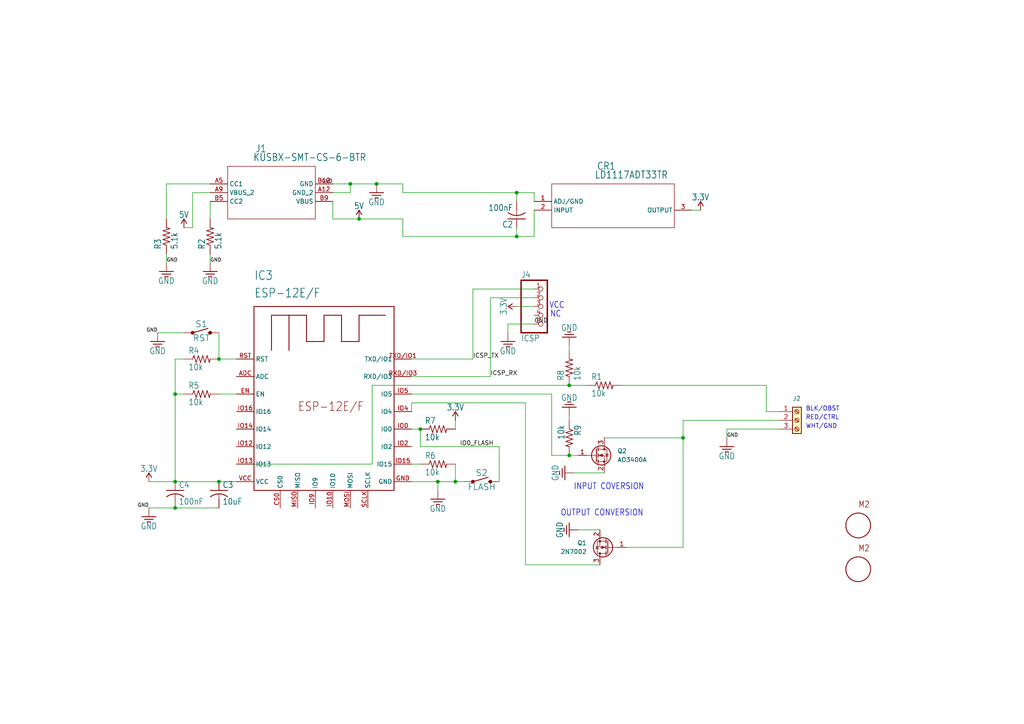
<source format=kicad_sch>
(kicad_sch (version 20230121) (generator eeschema)
  (paper "A4")
  (lib_symbols
    (symbol "8266_a1_bridge_v1-eagle-import:3.3V" (power)
      (property "Value" "3.3V" (at 0 2.794 0))
      (symbol "3.3V_1_0"
        (polyline (pts (xy 0 2.54) (xy -0.762 1.27)) (stroke (width 0.254)))
        (polyline (pts (xy 0.762 1.27) (xy 0 2.54)) (stroke (width 0.254)))
        (pin power_in line (at 0 0 90) (length 2.54) (name "3.3V") (number "1"))
      )
    )
    (symbol "8266_a1_bridge_v1-eagle-import:5V" (power)
      (property "Value" "5V" (at 0 2.794 0))
      (symbol "5V_1_0"
        (polyline (pts (xy 0 2.54) (xy -0.762 1.27)) (stroke (width 0.254)))
        (polyline (pts (xy 0.762 1.27) (xy 0 2.54)) (stroke (width 0.254)))
        (pin power_in line (at 0 0 90) (length 2.54) (name "5V") (number "1"))
      )
    )
    (symbol "8266_a1_bridge_v1-eagle-import:GND2" (power)
      (property "Value" "GND2" (at 0 -1.778 0))
      (symbol "GND2_1_0"
        (polyline (pts (xy -2.032 0) (xy 2.032 0)) (stroke (width 0.254)))
        (polyline (pts (xy -1.27 -0.762) (xy 1.27 -0.762)) (stroke (width 0.254)))
        (polyline (pts (xy -0.508 -1.524) (xy 0.508 -1.524)) (stroke (width 0.254)))
        (pin power_in line (at 0 2.54 270) (length 2.54) (name "GND") (number "1"))
      )
    )
    (symbol "Library:2N7002" (pin_names hide)
      (property "Reference" "Q" (at 5.08 1.905 0))
      (property "Value" "2N7002" (at 5.08 0 0))
      (symbol "2N7002_0_1"
        (polyline (pts (xy 0.254 0) (xy -2.54 0)))
        (polyline (pts (xy 0.254 1.905) (xy 0.254 -1.905)) (stroke (width 0.254)))
        (polyline (pts (xy 0.762 -1.27) (xy 0.762 -2.286)) (stroke (width 0.254)))
        (polyline (pts (xy 0.762 0.508) (xy 0.762 -0.508)) (stroke (width 0.254)))
        (polyline (pts (xy 0.762 2.286) (xy 0.762 1.27)) (stroke (width 0.254)))
        (polyline (pts (xy 2.54 2.54) (xy 2.54 1.778)))
        (polyline (pts (xy 2.54 -2.54) (xy 2.54 0) (xy 0.762 0)))
        (polyline (pts (xy 0.762 -1.778) (xy 3.302 -1.778) (xy 3.302 1.778) (xy 0.762 1.778)))
        (polyline (pts (xy 1.016 0) (xy 2.032 0.381) (xy 2.032 -0.381) (xy 1.016 0)) (fill (type outline)))
        (polyline (pts (xy 2.794 0.508) (xy 2.921 0.381) (xy 3.683 0.381) (xy 3.81 0.254)))
        (polyline (pts (xy 3.302 0.381) (xy 2.921 -0.254) (xy 3.683 -0.254) (xy 3.302 0.381)))
        (circle (center 1.651 0) (radius 2.794) (stroke (width 0.254)))
        (circle (center 2.54 -1.778) (radius 0.254) (fill (type outline)))
        (circle (center 2.54 1.778) (radius 0.254) (fill (type outline)))
      )
      (symbol "2N7002_1_1"
        (pin input line (at -5.08 0 0) (length 2.54) (name "G") (number "1"))
        (pin passive line (at 2.54 -5.08 90) (length 2.54) (name "S") (number "2"))
        (pin passive line (at 2.54 5.08 270) (length 2.54) (name "D") (number "3"))
      )
    )
    (symbol "Library:AO3400A" (pin_names hide)
      (property "Reference" "Q" (at 5.08 1.905 0))
      (property "Value" "AO3400A" (at 5.08 0 0))
      (symbol "AO3400A_0_1"
        (polyline (pts (xy 0.254 0) (xy -2.54 0)))
        (polyline (pts (xy 0.254 1.905) (xy 0.254 -1.905)) (stroke (width 0.254)))
        (polyline (pts (xy 0.762 -1.27) (xy 0.762 -2.286)) (stroke (width 0.254)))
        (polyline (pts (xy 0.762 0.508) (xy 0.762 -0.508)) (stroke (width 0.254)))
        (polyline (pts (xy 0.762 2.286) (xy 0.762 1.27)) (stroke (width 0.254)))
        (polyline (pts (xy 2.54 2.54) (xy 2.54 1.778)))
        (polyline (pts (xy 2.54 -2.54) (xy 2.54 0) (xy 0.762 0)))
        (polyline (pts (xy 0.762 -1.778) (xy 3.302 -1.778) (xy 3.302 1.778) (xy 0.762 1.778)))
        (polyline (pts (xy 1.016 0) (xy 2.032 0.381) (xy 2.032 -0.381) (xy 1.016 0)) (fill (type outline)))
        (polyline (pts (xy 2.794 0.508) (xy 2.921 0.381) (xy 3.683 0.381) (xy 3.81 0.254)))
        (polyline (pts (xy 3.302 0.381) (xy 2.921 -0.254) (xy 3.683 -0.254) (xy 3.302 0.381)))
        (circle (center 1.651 0) (radius 2.794) (stroke (width 0.254)))
        (circle (center 2.54 -1.778) (radius 0.254) (fill (type outline)))
        (circle (center 2.54 1.778) (radius 0.254) (fill (type outline)))
      )
      (symbol "AO3400A_1_1"
        (pin input line (at -5.08 0 0) (length 2.54) (name "G") (number "1"))
        (pin passive line (at 2.54 -5.08 90) (length 2.54) (name "S") (number "2"))
        (pin passive line (at 2.54 5.08 270) (length 2.54) (name "D") (number "3"))
      )
    )
    (symbol "Library:C-USC0805"
      (property "Reference" "C" (at 1.016 0.635 0))
      (property "Value" "C-USC0805" (at 1.016 -4.191 0))
      (symbol "C-USC0805_1_0"
        (arc (start 0 -1.0161) (mid -1.302 -1.2303) (end -2.4668 -1.8504) (stroke (width 0.254)))
        (polyline (pts (xy -2.54 0) (xy 2.54 0)) (stroke (width 0.254)))
        (polyline (pts (xy 0 -1.016) (xy 0 -2.54)) (stroke (width 0.1524)))
        (arc (start 2.4892 -1.8542) (mid 1.3158 -1.2195) (end 0 -1) (stroke (width 0.254)))
        (pin passive line (at 0 2.54 270) (length 2.54) (name "1") (number "1"))
        (pin passive line (at 0 -5.08 90) (length 2.54) (name "2") (number "2"))
      )
    )
    (symbol "Library:ESP-12E/F"
      (property "Reference" "IC" (at -20.32 43.18 0))
      (property "Value" "ESP-12E{slash}F" (at -20.32 38.1 0))
      (symbol "ESP-12E/F_1_0"
        (polyline (pts (xy -20.32 -17.78) (xy -20.32 35.56)) (stroke (width 0.254)))
        (polyline (pts (xy -20.32 35.56) (xy 20.32 35.56)) (stroke (width 0.254)))
        (polyline (pts (xy -15.24 22.86) (xy -15.24 33.02)) (stroke (width 0.254)))
        (polyline (pts (xy -15.24 33.02) (xy -10.16 33.02)) (stroke (width 0.254)))
        (polyline (pts (xy -10.16 22.86) (xy -10.16 33.02)) (stroke (width 0.254)))
        (polyline (pts (xy -10.16 33.02) (xy -5.08 33.02)) (stroke (width 0.254)))
        (polyline (pts (xy -5.08 25.4) (xy 0 25.4)) (stroke (width 0.254)))
        (polyline (pts (xy -5.08 33.02) (xy -5.08 25.4)) (stroke (width 0.254)))
        (polyline (pts (xy 0 25.4) (xy 0 33.02)) (stroke (width 0.254)))
        (polyline (pts (xy 0 33.02) (xy 5.08 33.02)) (stroke (width 0.254)))
        (polyline (pts (xy 5.08 25.4) (xy 10.16 25.4)) (stroke (width 0.254)))
        (polyline (pts (xy 5.08 33.02) (xy 5.08 25.4)) (stroke (width 0.254)))
        (polyline (pts (xy 10.16 25.4) (xy 10.16 33.02)) (stroke (width 0.254)))
        (polyline (pts (xy 10.16 33.02) (xy 17.78 33.02)) (stroke (width 0.254)))
        (polyline (pts (xy 20.32 -17.78) (xy -20.32 -17.78)) (stroke (width 0.254)))
        (polyline (pts (xy 20.32 35.56) (xy 20.32 -17.78)) (stroke (width 0.254)))
        (text "ESP-12E/F" (at -7.62 5.08 0) (effects (font (size 2.54 2.159)) (justify left bottom)))
        (pin bidirectional line (at -25.4 15.24 0) (length 5.08) (name "ADC") (number "ADC"))
        (pin bidirectional line (at -12.7 -22.86 90) (length 5.08) (name "CS0") (number "CS0"))
        (pin bidirectional line (at -25.4 10.16 0) (length 5.08) (name "EN") (number "EN"))
        (pin power_in line (at 25.4 -15.24 180) (length 5.08) (name "GND") (number "GND"))
        (pin bidirectional line (at 25.4 0 180) (length 5.08) (name "IO0") (number "IO0"))
        (pin bidirectional line (at 2.54 -22.86 90) (length 5.08) (name "IO10") (number "IO10"))
        (pin bidirectional line (at -25.4 -5.08 0) (length 5.08) (name "IO12") (number "IO12"))
        (pin bidirectional line (at -25.4 -10.16 0) (length 5.08) (name "IO13") (number "IO13"))
        (pin bidirectional line (at -25.4 0 0) (length 5.08) (name "IO14") (number "IO14"))
        (pin bidirectional line (at 25.4 -10.16 180) (length 5.08) (name "IO15") (number "IO15"))
        (pin bidirectional line (at -25.4 5.08 0) (length 5.08) (name "IO16") (number "IO16"))
        (pin bidirectional line (at 25.4 -5.08 180) (length 5.08) (name "IO2") (number "IO2"))
        (pin bidirectional line (at 25.4 5.08 180) (length 5.08) (name "IO4") (number "IO4"))
        (pin bidirectional line (at 25.4 10.16 180) (length 5.08) (name "IO5") (number "IO5"))
        (pin bidirectional line (at -2.54 -22.86 90) (length 5.08) (name "IO9") (number "IO9"))
        (pin bidirectional line (at -7.62 -22.86 90) (length 5.08) (name "MISO") (number "MISO"))
        (pin bidirectional line (at 7.62 -22.86 90) (length 5.08) (name "MOSI") (number "MOSI"))
        (pin input line (at -25.4 20.32 0) (length 5.08) (name "RST") (number "RST"))
        (pin bidirectional line (at 25.4 15.24 180) (length 5.08) (name "RXD/IO3") (number "RXD/IO3"))
        (pin bidirectional line (at 12.7 -22.86 90) (length 5.08) (name "SCLK") (number "SCLK"))
        (pin bidirectional line (at 25.4 20.32 180) (length 5.08) (name "TXD/IO1") (number "TXD/IO1"))
        (pin power_in line (at -25.4 -15.24 0) (length 5.08) (name "VCC") (number "VCC"))
      )
    )
    (symbol "Library:KUSBX-SMT-CS-6-BTR"
      (property "Reference" "J" (at 15.5956 9.1186 0))
      (property "Value" "KUSBX-SMT-CS-6-BTR" (at 14.9606 6.5786 0))
      (symbol "KUSBX-SMT-CS-6-BTR_1_0"
        (polyline (pts (xy 7.62 -10.16) (xy 33.02 -10.16)) (stroke (width 0.1524)))
        (polyline (pts (xy 7.62 5.08) (xy 7.62 -10.16)) (stroke (width 0.1524)))
        (polyline (pts (xy 33.02 -10.16) (xy 33.02 5.08)) (stroke (width 0.1524)))
        (polyline (pts (xy 33.02 5.08) (xy 7.62 5.08)) (stroke (width 0.1524)))
        (pin passive line (at 38.1 -2.54 180) (length 5.08) (name "GND_2") (number "A12"))
        (pin bidirectional line (at 2.54 0 0) (length 5.08) (name "CC1") (number "A5"))
        (pin power_in line (at 2.54 -2.54 0) (length 5.08) (name "VBUS_2") (number "A9"))
        (pin passive line (at 38.1 0 180) (length 5.08) (name "GND") (number "B12"))
        (pin bidirectional line (at 2.54 -5.08 0) (length 5.08) (name "CC2") (number "B5"))
        (pin power_in line (at 38.1 -5.08 180) (length 5.08) (name "VBUS") (number "B9"))
      )
    )
    (symbol "Library:LD1117ADT33TR"
      (property "Reference" "CR" (at 20.6756 9.1186 0))
      (property "Value" "LD1117ADT33TR" (at 20.0406 6.5786 0))
      (symbol "LD1117ADT33TR_1_0"
        (polyline (pts (xy 7.62 -7.62) (xy 43.18 -7.62)) (stroke (width 0.1524)))
        (polyline (pts (xy 7.62 5.08) (xy 7.62 -7.62)) (stroke (width 0.1524)))
        (polyline (pts (xy 43.18 -7.62) (xy 43.18 5.08)) (stroke (width 0.1524)))
        (polyline (pts (xy 43.18 5.08) (xy 7.62 5.08)) (stroke (width 0.1524)))
        (pin passive line (at 2.54 0 0) (length 5.08) (name "ADJ/GND") (number "1"))
        (pin input line (at 2.54 -2.54 0) (length 5.08) (name "INPUT") (number "2"))
        (pin output line (at 48.26 -2.54 180) (length 5.08) (name "OUTPUT") (number "3"))
      )
    )
    (symbol "Library:M2-POST"
      (symbol "M2-POST_1_0"
        (circle (center 0 0) (radius 3.5921) (stroke (width 0.254)))
        (text "M2" (at 0 5.08 0) (effects (font (size 1.778 1.5113)) (justify left bottom)))
      )
    )
    (symbol "Library:MOMENTARY-SWITCH-SPST-PTH-6.0MM"
      (property "Reference" "S" (at 0 1.524 0))
      (property "Value" "MOMENTARY-SWITCH-SPST-PTH-6.0MM" (at 0 -0.508 0))
      (symbol "MOMENTARY-SWITCH-SPST-PTH-6.0MM_1_0"
        (circle (center -2.54 0) (radius 0.127) (stroke (width 0.4064)))
        (polyline (pts (xy -2.54 0) (xy 1.905 1.27)) (stroke (width 0.254)))
        (polyline (pts (xy 1.905 0) (xy 2.54 0)) (stroke (width 0.254)))
        (circle (center 2.54 0) (radius 0.127) (stroke (width 0.4064)))
        (pin passive line (at -5.08 0 0) (length 2.54) (name "1") (number "1"))
        (pin passive line (at 5.08 0 180) (length 2.54) (name "2") (number "3"))
      )
    )
    (symbol "Library:PINHD-1X5"
      (property "Reference" "JP" (at -6.35 8.255 0))
      (property "Value" "PINHD-1X5" (at -6.35 -10.16 0))
      (symbol "PINHD-1X5_1_0"
        (polyline (pts (xy -6.35 -7.62) (xy 1.27 -7.62)) (stroke (width 0.4064)))
        (polyline (pts (xy -6.35 7.62) (xy -6.35 -7.62)) (stroke (width 0.4064)))
        (polyline (pts (xy 1.27 -7.62) (xy 1.27 7.62)) (stroke (width 0.4064)))
        (polyline (pts (xy 1.27 7.62) (xy -6.35 7.62)) (stroke (width 0.4064)))
        (pin passive inverted (at -2.54 5.08 0) (length 2.54) (name "1") (number "1"))
        (pin passive inverted (at -2.54 2.54 0) (length 2.54) (name "2") (number "2"))
        (pin passive inverted (at -2.54 0 0) (length 2.54) (name "3") (number "3"))
        (pin passive inverted (at -2.54 -2.54 0) (length 2.54) (name "4") (number "4"))
        (pin passive inverted (at -2.54 -5.08 0) (length 2.54) (name "5") (number "5"))
      )
    )
    (symbol "Library:R-US_R0805"
      (property "Reference" "R" (at -3.81 1.4986 0))
      (property "Value" "R-US_R0805" (at -3.81 -3.302 0))
      (symbol "R-US_R0805_1_0"
        (polyline (pts (xy -2.54 0) (xy -2.159 1.016)) (stroke (width 0.2032)))
        (polyline (pts (xy -2.159 1.016) (xy -1.524 -1.016)) (stroke (width 0.2032)))
        (polyline (pts (xy -1.524 -1.016) (xy -0.889 1.016)) (stroke (width 0.2032)))
        (polyline (pts (xy -0.889 1.016) (xy -0.254 -1.016)) (stroke (width 0.2032)))
        (polyline (pts (xy -0.254 -1.016) (xy 0.381 1.016)) (stroke (width 0.2032)))
        (polyline (pts (xy 0.381 1.016) (xy 1.016 -1.016)) (stroke (width 0.2032)))
        (polyline (pts (xy 1.016 -1.016) (xy 1.651 1.016)) (stroke (width 0.2032)))
        (polyline (pts (xy 1.651 1.016) (xy 2.286 -1.016)) (stroke (width 0.2032)))
        (polyline (pts (xy 2.286 -1.016) (xy 2.54 0)) (stroke (width 0.2032)))
        (pin passive line (at -5.08 0 0) (length 2.54) (name "1") (number "1"))
        (pin passive line (at 5.08 0 180) (length 2.54) (name "2") (number "2"))
      )
    )
    (symbol "Library:Screw_Terminal_01x03" (pin_names (offset 1.016) hide)
      (property "Reference" "J" (at 0 5.08 0))
      (property "Value" "Screw_Terminal_01x03" (at 0 -5.08 0))
      (symbol "Screw_Terminal_01x03_1_1"
        (rectangle (start -1.27 3.81) (end 1.27 -3.81) (stroke (width 0.254)) (fill (type background)))
        (circle (center 0 -2.54) (radius 0.635) (stroke (width 0.1524)))
        (polyline (pts (xy -0.5334 -2.2098) (xy 0.3302 -3.048)) (stroke (width 0.1524)))
        (polyline (pts (xy -0.5334 0.3302) (xy 0.3302 -0.508)) (stroke (width 0.1524)))
        (polyline (pts (xy -0.5334 2.8702) (xy 0.3302 2.032)) (stroke (width 0.1524)))
        (polyline (pts (xy -0.3556 -2.032) (xy 0.508 -2.8702)) (stroke (width 0.1524)))
        (polyline (pts (xy -0.3556 0.508) (xy 0.508 -0.3302)) (stroke (width 0.1524)))
        (polyline (pts (xy -0.3556 3.048) (xy 0.508 2.2098)) (stroke (width 0.1524)))
        (circle (center 0 0) (radius 0.635) (stroke (width 0.1524)))
        (circle (center 0 2.54) (radius 0.635) (stroke (width 0.1524)))
        (pin passive line (at -5.08 2.54 0) (length 3.81) (name "Pin_1") (number "1"))
        (pin passive line (at -5.08 0 0) (length 3.81) (name "Pin_2") (number "2"))
        (pin passive line (at -5.08 -2.54 0) (length 3.81) (name "Pin_3") (number "3"))
      )
    )
  )
  (junction (at 198.12 127))
  (junction (at 101.6 53.34))
  (junction (at 63.5 139.7))
  (junction (at 165.1 111.76))
  (junction (at 50.8 147.32))
  (junction (at 132.08 139.7))
  (junction (at 127 139.7))
  (junction (at 149.86 68.58))
  (junction (at 165.1 132.08))
  (junction (at 50.8 139.7))
  (junction (at 50.8 114.3))
  (junction (at 109.22 53.34))
  (junction (at 63.5 104.14))
  (junction (at 104.14 63.5))
  (junction (at 121.92 124.46))
  (junction (at 149.86 55.88))
  (wire (pts (xy 50.8 139.7) (xy 63.5 139.7)))
  (wire (pts (xy 167.64 153.67) (xy 173.99 153.67)))
  (wire (pts (xy 165.1 120.65) (xy 165.1 121.92)))
  (wire (pts (xy 63.5 139.7) (xy 68.58 139.7)))
  (wire (pts (xy 109.22 53.34) (xy 116.84 53.34)))
  (wire (pts (xy 198.12 127) (xy 198.12 121.92)))
  (wire (pts (xy 43.18 147.32) (xy 50.8 147.32)))
  (wire (pts (xy 198.12 121.92) (xy 226.06 121.92)))
  (wire (pts (xy 50.8 139.7) (xy 50.8 114.3)))
  (wire (pts (xy 149.86 55.88) (xy 154.94 55.88)))
  (wire (pts (xy 63.5 104.14) (xy 63.5 96.52)))
  (wire (pts (xy 60.96 53.34) (xy 48.26 53.34)))
  (wire (pts (xy 222.25 119.38) (xy 226.06 119.38)))
  (wire (pts (xy 137.16 83.82) (xy 154.94 83.82)))
  (wire (pts (xy 160.02 114.3) (xy 160.02 132.08)))
  (wire (pts (xy 132.08 134.62) (xy 132.08 139.7)))
  (wire (pts (xy 119.38 114.3) (xy 160.02 114.3)))
  (wire (pts (xy 127 139.7) (xy 127 142.24)))
  (wire (pts (xy 166.37 137.16) (xy 175.26 137.16)))
  (wire (pts (xy 45.72 96.52) (xy 53.34 96.52)))
  (wire (pts (xy 132.08 121.92) (xy 132.08 124.46)))
  (wire (pts (xy 96.52 63.5) (xy 104.14 63.5)))
  (wire (pts (xy 152.4 163.83) (xy 173.99 163.83)))
  (wire (pts (xy 222.25 111.76) (xy 222.25 119.38)))
  (wire (pts (xy 116.84 63.5) (xy 116.84 68.58)))
  (wire (pts (xy 121.92 129.54) (xy 144.78 129.54)))
  (wire (pts (xy 165.1 111.76) (xy 170.18 111.76)))
  (wire (pts (xy 107.95 111.76) (xy 165.1 111.76)))
  (wire (pts (xy 160.02 132.08) (xy 165.1 132.08)))
  (wire (pts (xy 154.94 55.88) (xy 154.94 58.42)))
  (wire (pts (xy 165.1 100.33) (xy 165.1 101.6)))
  (wire (pts (xy 60.96 55.88) (xy 55.88 55.88)))
  (wire (pts (xy 144.78 129.54) (xy 144.78 139.7)))
  (wire (pts (xy 50.8 104.14) (xy 53.34 104.14)))
  (wire (pts (xy 48.26 53.34) (xy 48.26 63.5)))
  (wire (pts (xy 149.86 88.9) (xy 154.94 88.9)))
  (wire (pts (xy 149.86 68.58) (xy 154.94 68.58)))
  (wire (pts (xy 154.94 68.58) (xy 154.94 60.96)))
  (wire (pts (xy 119.38 139.7) (xy 127 139.7)))
  (wire (pts (xy 119.38 124.46) (xy 121.92 124.46)))
  (wire (pts (xy 68.58 134.62) (xy 107.95 134.62)))
  (wire (pts (xy 119.38 116.84) (xy 152.4 116.84)))
  (wire (pts (xy 127 139.7) (xy 132.08 139.7)))
  (wire (pts (xy 142.24 86.36) (xy 154.94 86.36)))
  (wire (pts (xy 198.12 158.75) (xy 198.12 127)))
  (wire (pts (xy 96.52 55.88) (xy 101.6 55.88)))
  (wire (pts (xy 147.32 93.98) (xy 154.94 93.98)))
  (wire (pts (xy 60.96 76.2) (xy 60.96 73.66)))
  (wire (pts (xy 53.34 114.3) (xy 50.8 114.3)))
  (wire (pts (xy 165.1 132.08) (xy 167.64 132.08)))
  (wire (pts (xy 119.38 134.62) (xy 121.92 134.62)))
  (wire (pts (xy 119.38 104.14) (xy 137.16 104.14)))
  (wire (pts (xy 96.52 53.34) (xy 101.6 53.34)))
  (wire (pts (xy 210.82 127) (xy 210.82 124.46)))
  (wire (pts (xy 60.96 58.42) (xy 60.96 63.5)))
  (wire (pts (xy 101.6 55.88) (xy 101.6 53.34)))
  (wire (pts (xy 121.92 124.46) (xy 121.92 129.54)))
  (wire (pts (xy 175.26 127) (xy 198.12 127)))
  (wire (pts (xy 149.86 66.04) (xy 149.86 68.58)))
  (wire (pts (xy 180.34 111.76) (xy 222.25 111.76)))
  (wire (pts (xy 210.82 124.46) (xy 226.06 124.46)))
  (wire (pts (xy 96.52 58.42) (xy 96.52 63.5)))
  (wire (pts (xy 137.16 104.14) (xy 137.16 83.82)))
  (wire (pts (xy 132.08 139.7) (xy 134.62 139.7)))
  (wire (pts (xy 116.84 68.58) (xy 149.86 68.58)))
  (wire (pts (xy 68.58 104.14) (xy 63.5 104.14)))
  (wire (pts (xy 101.6 53.34) (xy 109.22 53.34)))
  (wire (pts (xy 116.84 55.88) (xy 149.86 55.88)))
  (wire (pts (xy 104.14 63.5) (xy 116.84 63.5)))
  (wire (pts (xy 50.8 114.3) (xy 50.8 104.14)))
  (wire (pts (xy 181.61 158.75) (xy 198.12 158.75)))
  (wire (pts (xy 55.88 66.04) (xy 53.34 66.04)))
  (wire (pts (xy 50.8 147.32) (xy 63.5 147.32)))
  (wire (pts (xy 107.95 134.62) (xy 107.95 111.76)))
  (wire (pts (xy 55.88 55.88) (xy 55.88 66.04)))
  (wire (pts (xy 152.4 116.84) (xy 152.4 163.83)))
  (wire (pts (xy 43.18 139.7) (xy 50.8 139.7)))
  (wire (pts (xy 119.38 109.22) (xy 142.24 109.22)))
  (wire (pts (xy 116.84 55.88) (xy 116.84 53.34)))
  (wire (pts (xy 48.26 76.2) (xy 48.26 73.66)))
  (wire (pts (xy 68.58 114.3) (xy 63.5 114.3)))
  (wire (pts (xy 149.86 58.42) (xy 149.86 55.88)))
  (wire (pts (xy 200.66 60.96) (xy 203.2 60.96)))
  (wire (pts (xy 147.32 96.52) (xy 147.32 93.98)))
  (wire (pts (xy 119.38 119.38) (xy 119.38 116.84)))
  (wire (pts (xy 142.24 109.22) (xy 142.24 86.36)))
  (text "INPUT COVERSION" (at 166.37 142.24 0) (effects (font (size 1.778 1.5113)) (justify left bottom)))
  (text "BLK/OBST" (at 233.68 119.38 0) (effects (font (size 1.27 1.27)) (justify left bottom)))
  (text "NC" (at 159.512 92.202 0) (effects (font (size 1.778 1.5113)) (justify left bottom)))
  (text "WHT/GND" (at 233.68 124.46 0) (effects (font (size 1.27 1.27)) (justify left bottom)))
  (text "OUTPUT CONVERSION" (at 162.56 149.86 0) (effects (font (size 1.778 1.5113)) (justify left bottom)))
  (text "RED/CTRL" (at 233.68 121.92 0) (effects (font (size 1.27 1.27)) (justify left bottom)))
  (text "VCC" (at 159.258 89.662 0) (effects (font (size 1.778 1.5113)) (justify left bottom)))
  (label "IO0_FLASH" (at 133.35 129.54 0) (effects (font (size 1.2446 1.2446))))
  (label "GND" (at 60.96 76.2 0) (effects (font (size 1.016 1.016))))
  (label "GND" (at 154.94 93.98 0) (effects (font (size 1.2446 1.2446))))
  (label "GND" (at 43.18 147.32 180) (effects (font (size 1.016 1.016))))
  (label "ICSP_RX" (at 142.24 109.22 0) (effects (font (size 1.2446 1.2446))))
  (label "GND" (at 96.52 53.34 180) (effects (font (size 1.016 1.016))))
  (label "GND" (at 45.72 96.52 180) (effects (font (size 1.016 1.016))))
  (label "GND" (at 48.26 76.2 0) (effects (font (size 1.016 1.016))))
  (label "ICSP_TX" (at 137.16 104.14 0) (effects (font (size 1.2446 1.2446))))
  (label "GND" (at 210.82 127 0) (effects (font (size 1.016 1.016))))
  (symbol (lib_id "Library:C-USC0805") (at 50.8 142.24 0) (unit 1)
    (property "Reference" "C4" (at 51.816 141.605 0) (effects (font (size 1.778 1.5113)) (justify left bottom)))
    (property "Value" "100nF" (at 51.816 146.431 0) (effects (font (size 1.778 1.5113)) (justify left bottom)))
    (property "Footprint" "8266_a1_bridge_v1:C0805" (effects hide))
  )
  (symbol (lib_id "8266_a1_bridge_v1-eagle-import:GND2") (at 60.96 78.74 0) (unit 1)
    (property "Reference" "#GND03" (effects hide))
    (property "Value" "GND" (at 60.96 80.518 0) (effects (font (size 1.778 1.5113)) (justify top)))
    (property "Footprint" "8266_a1_bridge_v1:" (effects hide))
  )
  (symbol (lib_id "8266_a1_bridge_v1-eagle-import:GND2") (at 43.18 149.86 0) (unit 1)
    (property "Reference" "#GND06" (effects hide))
    (property "Value" "GND" (at 43.18 151.638 0) (effects (font (size 1.778 1.5113)) (justify top)))
    (property "Footprint" "8266_a1_bridge_v1:" (effects hide))
  )
  (symbol (lib_id "Library:LD1117ADT33TR") (at 152.4 58.42 0) (unit 1)
    (property "Reference" "CR1" (at 173.0756 49.3014 0) (effects (font (size 2.0828 1.7703)) (justify left bottom)))
    (property "Value" "LD1117ADT33TR" (at 172.4406 51.8414 0) (effects (font (size 2.0828 1.7703)) (justify left bottom)))
    (property "Footprint" "8266_a1_bridge_v1:DPAK_STM" (effects hide))
  )
  (symbol (lib_id "8266_a1_bridge_v1-eagle-import:GND2") (at 165.1 97.79 180) (unit 1)
    (property "Reference" "#GND01" (effects hide))
    (property "Value" "GND" (at 165.1 96.012 0) (effects (font (size 1.778 1.5113)) (justify top)))
    (property "Footprint" "8266_a1_bridge_v1:" (effects hide))
  )
  (symbol (lib_id "Library:MOMENTARY-SWITCH-SPST-PTH-6.0MM") (at 139.7 139.7 0) (unit 1)
    (property "Reference" "S2" (at 139.7 138.176 0) (effects (font (size 1.778 1.778)) (justify bottom)))
    (property "Value" "FLASH" (at 139.7 140.208 0) (effects (font (size 1.778 1.778)) (justify top)))
    (property "Footprint" "8266_a1_bridge_v1:TACTILE_SWITCH_PTH_6.0MM" (effects hide))
  )
  (symbol (lib_id "Library:R-US_R0805") (at 60.96 68.58 90) (unit 1)
    (property "Reference" "R2" (at 59.4614 72.39 0) (effects (font (size 1.778 1.5113)) (justify left bottom)))
    (property "Value" "5.1k" (at 64.262 72.39 0) (effects (font (size 1.778 1.5113)) (justify left bottom)))
    (property "Footprint" "8266_a1_bridge_v1:R0805" (effects hide))
  )
  (symbol (lib_id "8266_a1_bridge_v1-eagle-import:3.3V") (at 43.18 139.7 0) (mirror y) (unit 1)
    (property "Reference" "#SUPPLY06" (effects hide))
    (property "Value" "3.3V" (at 43.18 136.906 0) (effects (font (size 1.778 1.5113)) (justify bottom)))
    (property "Footprint" "8266_a1_bridge_v1:" (effects hide))
  )
  (symbol (lib_id "Library:ESP-12E/F") (at 93.98 124.46 0) (unit 1)
    (property "Reference" "IC3" (at 73.66 81.28 0) (effects (font (size 2.54 2.159)) (justify left bottom)))
    (property "Value" "ESP-12E{slash}F" (at 73.66 86.36 0) (effects (font (size 2.54 2.159)) (justify left bottom)))
    (property "Footprint" "8266_a1_bridge_v1:ESP-12E" (effects hide))
  )
  (symbol (lib_id "Library:MOMENTARY-SWITCH-SPST-PTH-6.0MM") (at 58.42 96.52 0) (unit 1)
    (property "Reference" "S1" (at 58.42 94.996 0) (effects (font (size 1.778 1.778)) (justify bottom)))
    (property "Value" "RST" (at 58.42 97.028 0) (effects (font (size 1.778 1.778)) (justify top)))
    (property "Footprint" "8266_a1_bridge_v1:TACTILE_SWITCH_PTH_6.0MM" (effects hide))
  )
  (symbol (lib_id "Library:R-US_R0805") (at 175.26 111.76 0) (unit 1)
    (property "Reference" "R1" (at 171.45 110.2614 0) (effects (font (size 1.778 1.5113)) (justify left bottom)))
    (property "Value" "10k" (at 171.45 115.062 0) (effects (font (size 1.778 1.5113)) (justify left bottom)))
    (property "Footprint" "8266_a1_bridge_v1:R0805" (effects hide))
  )
  (symbol (lib_id "Library:C-USC0805") (at 149.86 63.5 180) (unit 1)
    (property "Reference" "C2" (at 148.844 64.135 0) (effects (font (size 1.778 1.5113)) (justify left bottom)))
    (property "Value" "100nF" (at 148.844 59.309 0) (effects (font (size 1.778 1.5113)) (justify left bottom)))
    (property "Footprint" "8266_a1_bridge_v1:C0805" (effects hide))
  )
  (symbol (lib_id "Library:Screw_Terminal_01x03") (at 231.14 121.92 0) (unit 1)
    (property "Reference" "J2" (at 229.87 115.57 0) (effects (justify left)))
    (property "Value" "Screw_Terminal_01x03" (effects hide))
    (property "Footprint" "TerminalBlock_MetzConnect:TerminalBlock_MetzConnect_Type011_RT05503HBWC_1x03_P5.00mm_Horizontal" (effects hide))
  )
  (symbol (lib_id "8266_a1_bridge_v1-eagle-import:GND2") (at 165.1 118.11 180) (unit 1)
    (property "Reference" "#GND012" (effects hide))
    (property "Value" "GND" (at 165.1 116.332 0) (effects (font (size 1.778 1.5113)) (justify top)))
    (property "Footprint" "8266_a1_bridge_v1:" (effects hide))
  )
  (symbol (lib_id "8266_a1_bridge_v1-eagle-import:GND2") (at 210.82 129.54 0) (unit 1)
    (property "Reference" "#GND010" (effects hide))
    (property "Value" "GND" (at 210.82 131.318 0) (effects (font (size 1.778 1.5113)) (justify top)))
    (property "Footprint" "8266_a1_bridge_v1:" (effects hide))
  )
  (symbol (lib_id "8266_a1_bridge_v1-eagle-import:3.3V") (at 149.86 88.9 90) (unit 1)
    (property "Reference" "#SUPPLY08" (effects hide))
    (property "Value" "3.3V" (at 147.066 88.9 0) (effects (font (size 1.778 1.5113)) (justify bottom)))
    (property "Footprint" "8266_a1_bridge_v1:" (effects hide))
  )
  (symbol (lib_id "8266_a1_bridge_v1-eagle-import:GND2") (at 147.32 99.06 0) (unit 1)
    (property "Reference" "#GND08" (effects hide))
    (property "Value" "GND" (at 147.32 100.838 0) (effects (font (size 1.778 1.5113)) (justify top)))
    (property "Footprint" "8266_a1_bridge_v1:" (effects hide))
  )
  (symbol (lib_id "Library:R-US_R0805") (at 127 124.46 0) (unit 1)
    (property "Reference" "R7" (at 123.19 122.9614 0) (effects (font (size 1.778 1.5113)) (justify left bottom)))
    (property "Value" "10k" (at 123.19 127.762 0) (effects (font (size 1.778 1.5113)) (justify left bottom)))
    (property "Footprint" "8266_a1_bridge_v1:R0805" (effects hide))
  )
  (symbol (lib_id "Library:AO3400A") (at 172.72 132.08 0) (unit 1)
    (property "Reference" "Q2" (at 179.07 130.81 0) (effects (justify left)))
    (property "Value" "AO3400A" (at 179.07 133.35 0) (effects (justify left)))
    (property "Footprint" "Package_TO_SOT_SMD:SOT-23_Handsoldering" (effects hide))
    (property "Datasheet" "http://www.aosmd.com/pdfs/datasheet/AO3400A.pdf" (effects hide))
  )
  (symbol (lib_id "8266_a1_bridge_v1-eagle-import:GND2") (at 165.1 153.67 270) (unit 1)
    (property "Reference" "#GND09" (effects hide))
    (property "Value" "GND" (at 163.322 153.67 0) (effects (font (size 1.778 1.5113)) (justify top)))
    (property "Footprint" "8266_a1_bridge_v1:" (effects hide))
  )
  (symbol (lib_id "Library:M2-POST") (at 248.92 165.1 0) (unit 1)
    (property "Reference" "U$6" (effects hide))
    (property "Value" "M2-POST" (effects hide))
    (property "Footprint" "8266_a1_bridge_v1:M2-POST" (effects hide))
  )
  (symbol (lib_id "Library:R-US_R0805") (at 127 134.62 0) (unit 1)
    (property "Reference" "R6" (at 123.19 133.1214 0) (effects (font (size 1.778 1.5113)) (justify left bottom)))
    (property "Value" "10k" (at 123.19 137.922 0) (effects (font (size 1.778 1.5113)) (justify left bottom)))
    (property "Footprint" "8266_a1_bridge_v1:R0805" (effects hide))
  )
  (symbol (lib_id "Library:KUSBX-SMT-CS-6-BTR") (at 58.42 53.34 0) (unit 1)
    (property "Reference" "J1" (at 74.0156 44.2214 0) (effects (font (size 2.0828 1.7703)) (justify left bottom)))
    (property "Value" "KUSBX-SMT-CS-6-BTR" (at 73.3806 46.7614 0) (effects (font (size 2.0828 1.7703)) (justify left bottom)))
    (property "Footprint" "8266_a1_bridge_v1:KUSBX-SMT-CS-6-BTR_KYC" (effects hide))
  )
  (symbol (lib_id "8266_a1_bridge_v1-eagle-import:3.3V") (at 132.08 121.92 0) (unit 1)
    (property "Reference" "#SUPPLY07" (effects hide))
    (property "Value" "3.3V" (at 132.08 119.126 0) (effects (font (size 1.778 1.5113)) (justify bottom)))
    (property "Footprint" "8266_a1_bridge_v1:" (effects hide))
  )
  (symbol (lib_id "8266_a1_bridge_v1-eagle-import:3.3V") (at 203.2 60.96 0) (unit 1)
    (property "Reference" "#SUPPLY05" (effects hide))
    (property "Value" "3.3V" (at 203.2 58.166 0) (effects (font (size 1.778 1.5113)) (justify bottom)))
    (property "Footprint" "8266_a1_bridge_v1:" (effects hide))
  )
  (symbol (lib_id "8266_a1_bridge_v1-eagle-import:5V") (at 53.34 66.04 0) (unit 1)
    (property "Reference" "#SUPPLY03" (effects hide))
    (property "Value" "5V" (at 53.34 63.246 0) (effects (font (size 1.778 1.5113)) (justify bottom)))
    (property "Footprint" "8266_a1_bridge_v1:" (effects hide))
  )
  (symbol (lib_id "8266_a1_bridge_v1-eagle-import:GND2") (at 45.72 99.06 0) (unit 1)
    (property "Reference" "#GND07" (effects hide))
    (property "Value" "GND" (at 45.72 100.838 0) (effects (font (size 1.778 1.5113)) (justify top)))
    (property "Footprint" "8266_a1_bridge_v1:" (effects hide))
  )
  (symbol (lib_id "8266_a1_bridge_v1-eagle-import:GND2") (at 48.26 78.74 0) (unit 1)
    (property "Reference" "#GND04" (effects hide))
    (property "Value" "GND" (at 48.26 80.518 0) (effects (font (size 1.778 1.5113)) (justify top)))
    (property "Footprint" "8266_a1_bridge_v1:" (effects hide))
  )
  (symbol (lib_id "Library:PINHD-1X5") (at 157.48 88.9 0) (unit 1)
    (property "Reference" "J4" (at 151.13 80.645 0) (effects (font (size 1.778 1.5113)) (justify left bottom)))
    (property "Value" "ICSP" (at 151.13 99.06 0) (effects (font (size 1.778 1.5113)) (justify left bottom)))
    (property "Footprint" "8266_a1_bridge_v1:1X05" (effects hide))
  )
  (symbol (lib_id "Library:2N7002") (at 176.53 158.75 180) (unit 1)
    (property "Reference" "Q1" (at 170.18 157.48 0) (effects (justify left)))
    (property "Value" "2N7002" (at 170.18 160.02 0) (effects (justify left)))
    (property "Footprint" "Package_TO_SOT_SMD:SOT-23_Handsoldering" (effects hide))
    (property "Datasheet" "https://www.onsemi.com/pub/Collateral/NDS7002A-D.PDF" (effects hide))
  )
  (symbol (lib_id "8266_a1_bridge_v1-eagle-import:5V") (at 104.14 63.5 0) (unit 1)
    (property "Reference" "#SUPPLY01" (effects hide))
    (property "Value" "5V" (at 104.14 60.706 0) (effects (font (size 1.778 1.5113)) (justify bottom)))
    (property "Footprint" "8266_a1_bridge_v1:" (effects hide))
  )
  (symbol (lib_id "Library:M2-POST") (at 248.92 152.4 0) (unit 1)
    (property "Reference" "U$4" (effects hide))
    (property "Value" "M2-POST" (effects hide))
    (property "Footprint" "8266_a1_bridge_v1:M2-POST" (effects hide))
  )
  (symbol (lib_id "8266_a1_bridge_v1-eagle-import:GND2") (at 163.83 137.16 270) (unit 1)
    (property "Reference" "#GND011" (effects hide))
    (property "Value" "GND" (at 162.052 137.16 0) (effects (font (size 1.778 1.5113)) (justify top)))
    (property "Footprint" "8266_a1_bridge_v1:" (effects hide))
  )
  (symbol (lib_id "Library:R-US_R0805") (at 58.42 104.14 0) (unit 1)
    (property "Reference" "R4" (at 54.61 102.6414 0) (effects (font (size 1.778 1.5113)) (justify left bottom)))
    (property "Value" "10k" (at 54.61 107.442 0) (effects (font (size 1.778 1.5113)) (justify left bottom)))
    (property "Footprint" "8266_a1_bridge_v1:R0805" (effects hide))
  )
  (symbol (lib_id "Library:C-USC0805") (at 63.5 142.24 0) (unit 1)
    (property "Reference" "C3" (at 64.516 141.605 0) (effects (font (size 1.778 1.5113)) (justify left bottom)))
    (property "Value" "10uF" (at 64.516 146.431 0) (effects (font (size 1.778 1.5113)) (justify left bottom)))
    (property "Footprint" "8266_a1_bridge_v1:C0805" (effects hide))
  )
  (symbol (lib_id "Library:R-US_R0805") (at 165.1 106.68 90) (unit 1)
    (property "Reference" "R8" (at 163.6014 110.49 0) (effects (font (size 1.778 1.5113)) (justify left bottom)))
    (property "Value" "10k" (at 168.402 110.49 0) (effects (font (size 1.778 1.5113)) (justify left bottom)))
    (property "Footprint" "8266_a1_bridge_v1:R0805" (effects hide))
  )
  (symbol (lib_id "Library:R-US_R0805") (at 58.42 114.3 0) (unit 1)
    (property "Reference" "R5" (at 54.61 112.8014 0) (effects (font (size 1.778 1.5113)) (justify left bottom)))
    (property "Value" "10k" (at 54.61 117.602 0) (effects (font (size 1.778 1.5113)) (justify left bottom)))
    (property "Footprint" "8266_a1_bridge_v1:R0805" (effects hide))
  )
  (symbol (lib_id "8266_a1_bridge_v1-eagle-import:GND2") (at 127 144.78 0) (unit 1)
    (property "Reference" "#GND05" (effects hide))
    (property "Value" "GND" (at 127 146.558 0) (effects (font (size 1.778 1.5113)) (justify top)))
    (property "Footprint" "8266_a1_bridge_v1:" (effects hide))
  )
  (symbol (lib_id "8266_a1_bridge_v1-eagle-import:GND2") (at 109.22 55.88 0) (unit 1)
    (property "Reference" "#GND02" (effects hide))
    (property "Value" "GND" (at 109.22 57.658 0) (effects (font (size 1.778 1.5113)) (justify top)))
    (property "Footprint" "8266_a1_bridge_v1:" (effects hide))
  )
  (symbol (lib_id "Library:R-US_R0805") (at 165.1 127 270) (unit 1)
    (property "Reference" "R9" (at 166.5986 123.19 0) (effects (font (size 1.778 1.5113)) (justify left bottom)))
    (property "Value" "10k" (at 161.798 123.19 0) (effects (font (size 1.778 1.5113)) (justify left bottom)))
    (property "Footprint" "8266_a1_bridge_v1:R0805" (effects hide))
  )
  (symbol (lib_id "Library:R-US_R0805") (at 48.26 68.58 90) (unit 1)
    (property "Reference" "R3" (at 46.7614 72.39 0) (effects (font (size 1.778 1.5113)) (justify left bottom)))
    (property "Value" "5.1k" (at 51.562 72.39 0) (effects (font (size 1.778 1.5113)) (justify left bottom)))
    (property "Footprint" "8266_a1_bridge_v1:R0805" (effects hide))
  )
)
</source>
